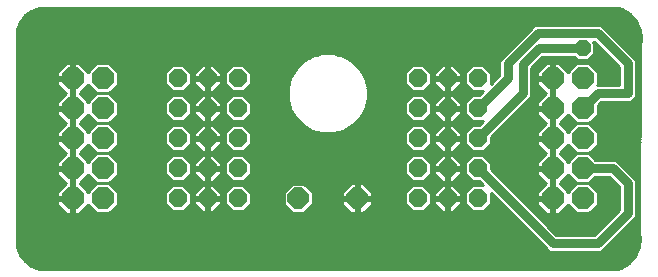
<source format=gbl>
G75*
%MOIN*%
%OFA0B0*%
%FSLAX25Y25*%
%IPPOS*%
%LPD*%
%AMOC8*
5,1,8,0,0,1.08239X$1,22.5*
%
%ADD10OC8,0.06000*%
%ADD11OC8,0.07050*%
%ADD12OC8,0.07400*%
%ADD13C,0.01000*%
%ADD14C,0.03000*%
%ADD15OC8,0.05250*%
D10*
X0063981Y0026500D03*
X0073981Y0026500D03*
X0083981Y0026500D03*
X0083981Y0036500D03*
X0073981Y0036500D03*
X0063981Y0036500D03*
X0063981Y0046500D03*
X0073981Y0046500D03*
X0083981Y0046500D03*
X0083981Y0056500D03*
X0073981Y0056500D03*
X0063981Y0056500D03*
X0063981Y0066500D03*
X0073981Y0066500D03*
X0083981Y0066500D03*
X0143981Y0066500D03*
X0153981Y0066500D03*
X0163981Y0066500D03*
X0163981Y0056500D03*
X0153981Y0056500D03*
X0143981Y0056500D03*
X0143981Y0046500D03*
X0153981Y0046500D03*
X0163981Y0046500D03*
X0163981Y0036500D03*
X0153981Y0036500D03*
X0143981Y0036500D03*
X0143981Y0026500D03*
X0153981Y0026500D03*
X0163981Y0026500D03*
D11*
X0123823Y0026500D03*
X0104138Y0026500D03*
D12*
X0038981Y0026500D03*
X0028981Y0026500D03*
X0028981Y0036500D03*
X0038981Y0036500D03*
X0038981Y0046500D03*
X0028981Y0046500D03*
X0028981Y0056500D03*
X0038981Y0056500D03*
X0038981Y0066500D03*
X0028981Y0066500D03*
X0188981Y0066500D03*
X0198981Y0066500D03*
X0198981Y0056500D03*
X0188981Y0056500D03*
X0188981Y0046500D03*
X0198981Y0046500D03*
X0198981Y0036500D03*
X0188981Y0036500D03*
X0188981Y0026500D03*
X0198981Y0026500D03*
D13*
X0012970Y0005490D02*
X0011407Y0007641D01*
X0010585Y0010170D01*
X0010481Y0011500D01*
X0185021Y0011500D01*
X0186019Y0010501D02*
X0010559Y0010501D01*
X0010481Y0011500D02*
X0010481Y0081500D01*
X0010585Y0082824D01*
X0011403Y0085341D01*
X0012959Y0087483D01*
X0015100Y0089038D01*
X0017618Y0089856D01*
X0018941Y0089961D01*
X0210771Y0089961D01*
X0212150Y0089537D01*
X0214838Y0087949D01*
X0216902Y0085608D01*
X0218143Y0082744D01*
X0218438Y0079637D01*
X0218273Y0078478D01*
X0218187Y0078393D01*
X0218183Y0077931D01*
X0218082Y0077480D01*
X0218178Y0077329D01*
X0217685Y0015642D01*
X0217582Y0015480D01*
X0217680Y0015041D01*
X0217677Y0014591D01*
X0217771Y0014495D01*
X0217938Y0013324D01*
X0217643Y0010217D01*
X0216402Y0007353D01*
X0214338Y0005012D01*
X0211650Y0003424D01*
X0210271Y0003000D01*
X0018981Y0003000D01*
X0017651Y0003105D01*
X0015122Y0003926D01*
X0012970Y0005490D01*
X0012956Y0005509D02*
X0214776Y0005509D01*
X0215657Y0006507D02*
X0012231Y0006507D01*
X0011505Y0007506D02*
X0216469Y0007506D01*
X0216901Y0008504D02*
X0011127Y0008504D01*
X0010802Y0009503D02*
X0187018Y0009503D01*
X0187395Y0009126D02*
X0186607Y0009914D01*
X0168281Y0028240D01*
X0168281Y0024719D01*
X0165762Y0022200D01*
X0162200Y0022200D01*
X0159681Y0024719D01*
X0159681Y0028281D01*
X0162200Y0030800D01*
X0165721Y0030800D01*
X0164321Y0032200D01*
X0162200Y0032200D01*
X0159681Y0034719D01*
X0159681Y0038281D01*
X0162200Y0040800D01*
X0165762Y0040800D01*
X0168281Y0038281D01*
X0168281Y0036160D01*
X0190141Y0014300D01*
X0202821Y0014300D01*
X0211181Y0022660D01*
X0211181Y0030340D01*
X0207821Y0033700D01*
X0203252Y0033700D01*
X0201052Y0031500D01*
X0196910Y0031500D01*
X0194122Y0034288D01*
X0191335Y0031500D01*
X0194122Y0028712D01*
X0196910Y0031500D01*
X0201052Y0031500D01*
X0203981Y0028571D01*
X0203981Y0024429D01*
X0201052Y0021500D01*
X0196910Y0021500D01*
X0194122Y0024288D01*
X0191135Y0021300D01*
X0189481Y0021300D01*
X0189481Y0026000D01*
X0188481Y0026000D01*
X0188481Y0021300D01*
X0186827Y0021300D01*
X0183781Y0024346D01*
X0183781Y0026000D01*
X0188481Y0026000D01*
X0188481Y0027000D01*
X0188481Y0036000D01*
X0189481Y0036000D01*
X0189481Y0031700D01*
X0189481Y0027000D01*
X0188481Y0027000D01*
X0183781Y0027000D01*
X0183781Y0028654D01*
X0186627Y0031500D01*
X0183781Y0034346D01*
X0183781Y0036000D01*
X0188481Y0036000D01*
X0188481Y0037000D01*
X0188481Y0046000D01*
X0189481Y0046000D01*
X0189481Y0041300D01*
X0189481Y0037000D01*
X0188481Y0037000D01*
X0183781Y0037000D01*
X0183781Y0038654D01*
X0186627Y0041500D01*
X0183781Y0044346D01*
X0183781Y0046000D01*
X0188481Y0046000D01*
X0188481Y0047000D01*
X0188481Y0056000D01*
X0189481Y0056000D01*
X0189481Y0051300D01*
X0189481Y0047000D01*
X0188481Y0047000D01*
X0183781Y0047000D01*
X0183781Y0048654D01*
X0186627Y0051500D01*
X0183781Y0054346D01*
X0183781Y0056000D01*
X0188481Y0056000D01*
X0188481Y0057000D01*
X0188481Y0066000D01*
X0189481Y0066000D01*
X0189481Y0061300D01*
X0189481Y0057000D01*
X0188481Y0057000D01*
X0183781Y0057000D01*
X0183781Y0058654D01*
X0186627Y0061500D01*
X0183781Y0064346D01*
X0183781Y0066000D01*
X0188481Y0066000D01*
X0188481Y0067000D01*
X0188481Y0071700D01*
X0186827Y0071700D01*
X0183781Y0068654D01*
X0183781Y0067000D01*
X0188481Y0067000D01*
X0189481Y0067000D01*
X0189481Y0071700D01*
X0191135Y0071700D01*
X0194122Y0068712D01*
X0196910Y0071500D01*
X0201052Y0071500D01*
X0203981Y0068571D01*
X0203981Y0064429D01*
X0203852Y0064300D01*
X0211181Y0064300D01*
X0211181Y0070340D01*
X0202821Y0078700D01*
X0202332Y0078700D01*
X0202906Y0078126D01*
X0202906Y0074874D01*
X0200607Y0072575D01*
X0197355Y0072575D01*
X0196230Y0073700D01*
X0185515Y0073700D01*
X0181781Y0069966D01*
X0181781Y0060943D01*
X0181355Y0059914D01*
X0180567Y0059126D01*
X0168281Y0046840D01*
X0168281Y0044719D01*
X0165762Y0042200D01*
X0162200Y0042200D01*
X0159681Y0044719D01*
X0159681Y0048281D01*
X0162200Y0050800D01*
X0164321Y0050800D01*
X0165721Y0052200D01*
X0162200Y0052200D01*
X0159681Y0054719D01*
X0159681Y0058281D01*
X0162200Y0060800D01*
X0164321Y0060800D01*
X0165721Y0062200D01*
X0162200Y0062200D01*
X0159681Y0064719D01*
X0159681Y0068281D01*
X0162200Y0070800D01*
X0165762Y0070800D01*
X0168281Y0068281D01*
X0168281Y0064760D01*
X0171181Y0067660D01*
X0171181Y0072057D01*
X0171607Y0073086D01*
X0181607Y0083086D01*
X0181607Y0083086D01*
X0182395Y0083874D01*
X0183424Y0084300D01*
X0204538Y0084300D01*
X0205567Y0083874D01*
X0206355Y0083086D01*
X0206355Y0083086D01*
X0215567Y0073874D01*
X0216355Y0073086D01*
X0216781Y0072057D01*
X0216781Y0060943D01*
X0216355Y0059914D01*
X0215567Y0059126D01*
X0214538Y0058700D01*
X0205141Y0058700D01*
X0203981Y0057540D01*
X0203981Y0054429D01*
X0201052Y0051500D01*
X0196910Y0051500D01*
X0194122Y0054288D01*
X0191335Y0051500D01*
X0194122Y0048712D01*
X0196910Y0051500D01*
X0201052Y0051500D01*
X0203981Y0048571D01*
X0203981Y0044429D01*
X0201052Y0041500D01*
X0196910Y0041500D01*
X0194122Y0044288D01*
X0191335Y0041500D01*
X0194122Y0038712D01*
X0196910Y0041500D01*
X0201052Y0041500D01*
X0203252Y0039300D01*
X0209538Y0039300D01*
X0210567Y0038874D01*
X0211355Y0038086D01*
X0215567Y0033874D01*
X0216355Y0033086D01*
X0216781Y0032057D01*
X0216781Y0020943D01*
X0216355Y0019914D01*
X0215567Y0019126D01*
X0205567Y0009126D01*
X0204538Y0008700D01*
X0188424Y0008700D01*
X0187395Y0009126D01*
X0184022Y0012499D02*
X0010481Y0012499D01*
X0010481Y0013497D02*
X0183024Y0013497D01*
X0182025Y0014496D02*
X0010481Y0014496D01*
X0010481Y0015494D02*
X0181027Y0015494D01*
X0180028Y0016493D02*
X0010481Y0016493D01*
X0010481Y0017491D02*
X0179030Y0017491D01*
X0178031Y0018490D02*
X0010481Y0018490D01*
X0010481Y0019488D02*
X0177033Y0019488D01*
X0176034Y0020487D02*
X0010481Y0020487D01*
X0010481Y0021485D02*
X0026642Y0021485D01*
X0026827Y0021300D02*
X0023781Y0024346D01*
X0023781Y0026000D01*
X0028481Y0026000D01*
X0029481Y0026000D01*
X0029481Y0021300D01*
X0031135Y0021300D01*
X0034122Y0024288D01*
X0036910Y0021500D01*
X0041052Y0021500D01*
X0043981Y0024429D01*
X0043981Y0028571D01*
X0041052Y0031500D01*
X0043981Y0034429D01*
X0043981Y0038571D01*
X0041052Y0041500D01*
X0043981Y0044429D01*
X0043981Y0048571D01*
X0041052Y0051500D01*
X0043981Y0054429D01*
X0043981Y0058571D01*
X0041052Y0061500D01*
X0043981Y0064429D01*
X0043981Y0068571D01*
X0041052Y0071500D01*
X0036910Y0071500D01*
X0034122Y0068712D01*
X0031135Y0071700D01*
X0029481Y0071700D01*
X0029481Y0067000D01*
X0028481Y0067000D01*
X0028481Y0071700D01*
X0026827Y0071700D01*
X0023781Y0068654D01*
X0023781Y0067000D01*
X0028481Y0067000D01*
X0028481Y0066000D01*
X0029481Y0066000D01*
X0029481Y0061300D01*
X0029481Y0057000D01*
X0028481Y0057000D01*
X0028481Y0066000D01*
X0023781Y0066000D01*
X0023781Y0064346D01*
X0026627Y0061500D01*
X0023781Y0058654D01*
X0023781Y0057000D01*
X0028481Y0057000D01*
X0028481Y0056000D01*
X0029481Y0056000D01*
X0029481Y0051300D01*
X0029481Y0047000D01*
X0028481Y0047000D01*
X0028481Y0056000D01*
X0023781Y0056000D01*
X0023781Y0054346D01*
X0026627Y0051500D01*
X0023781Y0048654D01*
X0023781Y0047000D01*
X0028481Y0047000D01*
X0028481Y0046000D01*
X0029481Y0046000D01*
X0029481Y0041300D01*
X0029481Y0037000D01*
X0028481Y0037000D01*
X0028481Y0046000D01*
X0023781Y0046000D01*
X0023781Y0044346D01*
X0026627Y0041500D01*
X0023781Y0038654D01*
X0023781Y0037000D01*
X0028481Y0037000D01*
X0028481Y0036000D01*
X0029481Y0036000D01*
X0029481Y0031300D01*
X0029481Y0027000D01*
X0028481Y0027000D01*
X0028481Y0036000D01*
X0023781Y0036000D01*
X0023781Y0034346D01*
X0026627Y0031500D01*
X0023781Y0028654D01*
X0023781Y0027000D01*
X0028481Y0027000D01*
X0028481Y0026000D01*
X0028481Y0021300D01*
X0026827Y0021300D01*
X0028481Y0021485D02*
X0029481Y0021485D01*
X0029481Y0022484D02*
X0028481Y0022484D01*
X0028481Y0023482D02*
X0029481Y0023482D01*
X0029481Y0024481D02*
X0028481Y0024481D01*
X0028481Y0025479D02*
X0029481Y0025479D01*
X0028481Y0026478D02*
X0010481Y0026478D01*
X0010481Y0027476D02*
X0023781Y0027476D01*
X0023781Y0028475D02*
X0010481Y0028475D01*
X0010481Y0029473D02*
X0024600Y0029473D01*
X0025599Y0030472D02*
X0010481Y0030472D01*
X0010481Y0031470D02*
X0026597Y0031470D01*
X0025658Y0032469D02*
X0010481Y0032469D01*
X0010481Y0033467D02*
X0024660Y0033467D01*
X0028481Y0033467D02*
X0029481Y0033467D01*
X0029481Y0032469D02*
X0028481Y0032469D01*
X0028481Y0031470D02*
X0029481Y0031470D01*
X0029481Y0030472D02*
X0028481Y0030472D01*
X0028481Y0029473D02*
X0029481Y0029473D01*
X0029481Y0028475D02*
X0028481Y0028475D01*
X0028481Y0027476D02*
X0029481Y0027476D01*
X0033361Y0029473D02*
X0034883Y0029473D01*
X0034122Y0028712D02*
X0031335Y0031500D01*
X0034122Y0034288D01*
X0036910Y0031500D01*
X0041052Y0031500D01*
X0036910Y0031500D01*
X0034122Y0028712D01*
X0032363Y0030472D02*
X0035881Y0030472D01*
X0036880Y0031470D02*
X0031364Y0031470D01*
X0032303Y0032469D02*
X0035941Y0032469D01*
X0034942Y0033467D02*
X0033302Y0033467D01*
X0029481Y0034466D02*
X0028481Y0034466D01*
X0028481Y0035464D02*
X0029481Y0035464D01*
X0028481Y0036463D02*
X0010481Y0036463D01*
X0010481Y0037461D02*
X0023781Y0037461D01*
X0023781Y0038460D02*
X0010481Y0038460D01*
X0010481Y0039458D02*
X0024585Y0039458D01*
X0025584Y0040457D02*
X0010481Y0040457D01*
X0010481Y0041455D02*
X0026582Y0041455D01*
X0025673Y0042454D02*
X0010481Y0042454D01*
X0010481Y0043452D02*
X0024675Y0043452D01*
X0023781Y0044451D02*
X0010481Y0044451D01*
X0010481Y0045449D02*
X0023781Y0045449D01*
X0028481Y0045449D02*
X0029481Y0045449D01*
X0029481Y0044451D02*
X0028481Y0044451D01*
X0028481Y0043452D02*
X0029481Y0043452D01*
X0029481Y0042454D02*
X0028481Y0042454D01*
X0028481Y0041455D02*
X0029481Y0041455D01*
X0029481Y0040457D02*
X0028481Y0040457D01*
X0028481Y0039458D02*
X0029481Y0039458D01*
X0029481Y0038460D02*
X0028481Y0038460D01*
X0028481Y0037461D02*
X0029481Y0037461D01*
X0033376Y0039458D02*
X0034868Y0039458D01*
X0034122Y0038712D02*
X0031335Y0041500D01*
X0034122Y0044288D01*
X0036910Y0041500D01*
X0041052Y0041500D01*
X0036910Y0041500D01*
X0034122Y0038712D01*
X0032378Y0040457D02*
X0035867Y0040457D01*
X0036865Y0041455D02*
X0031379Y0041455D01*
X0032289Y0042454D02*
X0035956Y0042454D01*
X0034957Y0043452D02*
X0033287Y0043452D01*
X0028481Y0046448D02*
X0010481Y0046448D01*
X0010481Y0047446D02*
X0023781Y0047446D01*
X0023781Y0048445D02*
X0010481Y0048445D01*
X0010481Y0049443D02*
X0024570Y0049443D01*
X0025569Y0050442D02*
X0010481Y0050442D01*
X0010481Y0051440D02*
X0026567Y0051440D01*
X0025688Y0052439D02*
X0010481Y0052439D01*
X0010481Y0053437D02*
X0024689Y0053437D01*
X0023781Y0054436D02*
X0010481Y0054436D01*
X0010481Y0055434D02*
X0023781Y0055434D01*
X0023781Y0057432D02*
X0010481Y0057432D01*
X0010481Y0058430D02*
X0023781Y0058430D01*
X0024555Y0059429D02*
X0010481Y0059429D01*
X0010481Y0060427D02*
X0025554Y0060427D01*
X0028481Y0060427D02*
X0029481Y0060427D01*
X0029481Y0059429D02*
X0028481Y0059429D01*
X0028481Y0058430D02*
X0029481Y0058430D01*
X0029481Y0057432D02*
X0028481Y0057432D01*
X0028481Y0056433D02*
X0010481Y0056433D01*
X0010481Y0061426D02*
X0026552Y0061426D01*
X0025703Y0062424D02*
X0010481Y0062424D01*
X0010481Y0063423D02*
X0024704Y0063423D01*
X0023781Y0064421D02*
X0010481Y0064421D01*
X0010481Y0065420D02*
X0023781Y0065420D01*
X0023781Y0067417D02*
X0010481Y0067417D01*
X0010481Y0068415D02*
X0023781Y0068415D01*
X0024541Y0069414D02*
X0010481Y0069414D01*
X0010481Y0070412D02*
X0025539Y0070412D01*
X0026538Y0071411D02*
X0010481Y0071411D01*
X0010481Y0072409D02*
X0106254Y0072409D01*
X0105808Y0072151D02*
X0103329Y0069673D01*
X0101577Y0066638D01*
X0100670Y0063252D01*
X0100670Y0059748D01*
X0101577Y0056362D01*
X0103329Y0053327D01*
X0105808Y0050849D01*
X0108843Y0049096D01*
X0112228Y0048189D01*
X0115733Y0048189D01*
X0119119Y0049096D01*
X0122154Y0050849D01*
X0124632Y0053327D01*
X0126385Y0056362D01*
X0127292Y0059748D01*
X0127292Y0063252D01*
X0126385Y0066638D01*
X0124632Y0069673D01*
X0122154Y0072151D01*
X0119119Y0073904D01*
X0115733Y0074811D01*
X0112228Y0074811D01*
X0108843Y0073904D01*
X0105808Y0072151D01*
X0105067Y0071411D02*
X0041141Y0071411D01*
X0042140Y0070412D02*
X0061812Y0070412D01*
X0062200Y0070800D02*
X0059681Y0068281D01*
X0059681Y0064719D01*
X0062200Y0062200D01*
X0065762Y0062200D01*
X0068281Y0064719D01*
X0068281Y0068281D01*
X0065762Y0070800D01*
X0062200Y0070800D01*
X0066150Y0070412D02*
X0071529Y0070412D01*
X0072117Y0071000D02*
X0069481Y0068364D01*
X0069481Y0067000D01*
X0073481Y0067000D01*
X0073481Y0071000D01*
X0072117Y0071000D01*
X0073481Y0070412D02*
X0074481Y0070412D01*
X0074481Y0071000D02*
X0075845Y0071000D01*
X0078481Y0068364D01*
X0078481Y0067000D01*
X0074481Y0067000D01*
X0074481Y0066000D01*
X0078481Y0066000D01*
X0078481Y0064636D01*
X0075845Y0062000D01*
X0074481Y0062000D01*
X0074481Y0066000D01*
X0073481Y0066000D01*
X0073481Y0062000D01*
X0072117Y0062000D01*
X0069481Y0064636D01*
X0069481Y0066000D01*
X0073481Y0066000D01*
X0073481Y0067000D01*
X0074481Y0067000D01*
X0074481Y0071000D01*
X0076433Y0070412D02*
X0081812Y0070412D01*
X0082200Y0070800D02*
X0079681Y0068281D01*
X0079681Y0064719D01*
X0082200Y0062200D01*
X0085762Y0062200D01*
X0088281Y0064719D01*
X0088281Y0068281D01*
X0085762Y0070800D01*
X0082200Y0070800D01*
X0086150Y0070412D02*
X0104068Y0070412D01*
X0103180Y0069414D02*
X0087148Y0069414D01*
X0088147Y0068415D02*
X0102603Y0068415D01*
X0102027Y0067417D02*
X0088281Y0067417D01*
X0088281Y0066418D02*
X0101518Y0066418D01*
X0101250Y0065420D02*
X0088281Y0065420D01*
X0087983Y0064421D02*
X0100983Y0064421D01*
X0100715Y0063423D02*
X0086984Y0063423D01*
X0085986Y0062424D02*
X0100670Y0062424D01*
X0100670Y0061426D02*
X0041126Y0061426D01*
X0041052Y0061500D02*
X0036910Y0061500D01*
X0041052Y0061500D01*
X0041976Y0062424D02*
X0061976Y0062424D01*
X0060977Y0063423D02*
X0042974Y0063423D01*
X0043973Y0064421D02*
X0059979Y0064421D01*
X0059681Y0065420D02*
X0043981Y0065420D01*
X0043981Y0066418D02*
X0059681Y0066418D01*
X0059681Y0067417D02*
X0043981Y0067417D01*
X0043981Y0068415D02*
X0059815Y0068415D01*
X0060813Y0069414D02*
X0043138Y0069414D01*
X0036820Y0071411D02*
X0031424Y0071411D01*
X0032423Y0070412D02*
X0035822Y0070412D01*
X0034823Y0069414D02*
X0033421Y0069414D01*
X0029481Y0069414D02*
X0028481Y0069414D01*
X0028481Y0070412D02*
X0029481Y0070412D01*
X0029481Y0071411D02*
X0028481Y0071411D01*
X0028481Y0068415D02*
X0029481Y0068415D01*
X0029481Y0067417D02*
X0028481Y0067417D01*
X0028481Y0066418D02*
X0010481Y0066418D01*
X0010481Y0073408D02*
X0107984Y0073408D01*
X0110718Y0074406D02*
X0010481Y0074406D01*
X0010481Y0075405D02*
X0173926Y0075405D01*
X0174924Y0076403D02*
X0010481Y0076403D01*
X0010481Y0077402D02*
X0175923Y0077402D01*
X0176921Y0078400D02*
X0010481Y0078400D01*
X0010481Y0079399D02*
X0177920Y0079399D01*
X0178918Y0080397D02*
X0010481Y0080397D01*
X0010481Y0081396D02*
X0179917Y0081396D01*
X0180915Y0082394D02*
X0010551Y0082394D01*
X0010770Y0083393D02*
X0181914Y0083393D01*
X0172927Y0074406D02*
X0117244Y0074406D01*
X0119978Y0073408D02*
X0171929Y0073408D01*
X0171327Y0072409D02*
X0121707Y0072409D01*
X0122895Y0071411D02*
X0171181Y0071411D01*
X0171181Y0070412D02*
X0166150Y0070412D01*
X0167148Y0069414D02*
X0171181Y0069414D01*
X0171181Y0068415D02*
X0168147Y0068415D01*
X0168281Y0067417D02*
X0170938Y0067417D01*
X0169939Y0066418D02*
X0168281Y0066418D01*
X0168281Y0065420D02*
X0168941Y0065420D01*
X0161976Y0062424D02*
X0156269Y0062424D01*
X0155845Y0062000D02*
X0154481Y0062000D01*
X0154481Y0066000D01*
X0154481Y0067000D01*
X0158481Y0067000D01*
X0158481Y0068364D01*
X0155845Y0071000D01*
X0154481Y0071000D01*
X0154481Y0067000D01*
X0153481Y0067000D01*
X0153481Y0071000D01*
X0152117Y0071000D01*
X0149481Y0068364D01*
X0149481Y0067000D01*
X0153481Y0067000D01*
X0153481Y0066000D01*
X0154481Y0066000D01*
X0158481Y0066000D01*
X0158481Y0064636D01*
X0155845Y0062000D01*
X0155845Y0061000D02*
X0154481Y0061000D01*
X0154481Y0057000D01*
X0158481Y0057000D01*
X0158481Y0058364D01*
X0155845Y0061000D01*
X0156418Y0060427D02*
X0161827Y0060427D01*
X0160828Y0059429D02*
X0157416Y0059429D01*
X0158415Y0058430D02*
X0159830Y0058430D01*
X0159681Y0057432D02*
X0158481Y0057432D01*
X0158481Y0056000D02*
X0154481Y0056000D01*
X0154481Y0057000D01*
X0153481Y0057000D01*
X0153481Y0061000D01*
X0152117Y0061000D01*
X0149481Y0058364D01*
X0149481Y0057000D01*
X0153481Y0057000D01*
X0153481Y0056000D01*
X0154481Y0056000D01*
X0154481Y0052000D01*
X0155845Y0052000D01*
X0158481Y0054636D01*
X0158481Y0056000D01*
X0158481Y0055434D02*
X0159681Y0055434D01*
X0159681Y0056433D02*
X0154481Y0056433D01*
X0154481Y0055434D02*
X0153481Y0055434D01*
X0153481Y0056000D02*
X0153481Y0052000D01*
X0152117Y0052000D01*
X0149481Y0054636D01*
X0149481Y0056000D01*
X0153481Y0056000D01*
X0153481Y0056433D02*
X0148281Y0056433D01*
X0148281Y0055434D02*
X0149481Y0055434D01*
X0149681Y0054436D02*
X0147998Y0054436D01*
X0148281Y0054719D02*
X0145762Y0052200D01*
X0142200Y0052200D01*
X0139681Y0054719D01*
X0139681Y0058281D01*
X0142200Y0060800D01*
X0145762Y0060800D01*
X0148281Y0058281D01*
X0148281Y0054719D01*
X0146999Y0053437D02*
X0150679Y0053437D01*
X0151678Y0052439D02*
X0146001Y0052439D01*
X0145762Y0050800D02*
X0142200Y0050800D01*
X0139681Y0048281D01*
X0139681Y0044719D01*
X0142200Y0042200D01*
X0145762Y0042200D01*
X0148281Y0044719D01*
X0148281Y0048281D01*
X0145762Y0050800D01*
X0146120Y0050442D02*
X0151559Y0050442D01*
X0152117Y0051000D02*
X0149481Y0048364D01*
X0149481Y0047000D01*
X0153481Y0047000D01*
X0153481Y0051000D01*
X0152117Y0051000D01*
X0153481Y0050442D02*
X0154481Y0050442D01*
X0154481Y0051000D02*
X0155845Y0051000D01*
X0158481Y0048364D01*
X0158481Y0047000D01*
X0154481Y0047000D01*
X0154481Y0046000D01*
X0158481Y0046000D01*
X0158481Y0044636D01*
X0155845Y0042000D01*
X0154481Y0042000D01*
X0154481Y0046000D01*
X0153481Y0046000D01*
X0153481Y0042000D01*
X0152117Y0042000D01*
X0149481Y0044636D01*
X0149481Y0046000D01*
X0153481Y0046000D01*
X0153481Y0047000D01*
X0154481Y0047000D01*
X0154481Y0051000D01*
X0154481Y0049443D02*
X0153481Y0049443D01*
X0153481Y0048445D02*
X0154481Y0048445D01*
X0154481Y0047446D02*
X0153481Y0047446D01*
X0153481Y0046448D02*
X0148281Y0046448D01*
X0148281Y0045449D02*
X0149481Y0045449D01*
X0149666Y0044451D02*
X0148013Y0044451D01*
X0147014Y0043452D02*
X0150664Y0043452D01*
X0151663Y0042454D02*
X0146016Y0042454D01*
X0145762Y0040800D02*
X0142200Y0040800D01*
X0139681Y0038281D01*
X0139681Y0034719D01*
X0142200Y0032200D01*
X0145762Y0032200D01*
X0148281Y0034719D01*
X0148281Y0038281D01*
X0145762Y0040800D01*
X0146105Y0040457D02*
X0151574Y0040457D01*
X0152117Y0041000D02*
X0149481Y0038364D01*
X0149481Y0037000D01*
X0153481Y0037000D01*
X0153481Y0041000D01*
X0152117Y0041000D01*
X0153481Y0040457D02*
X0154481Y0040457D01*
X0154481Y0041000D02*
X0155845Y0041000D01*
X0158481Y0038364D01*
X0158481Y0037000D01*
X0154481Y0037000D01*
X0154481Y0036000D01*
X0158481Y0036000D01*
X0158481Y0034636D01*
X0155845Y0032000D01*
X0154481Y0032000D01*
X0154481Y0036000D01*
X0153481Y0036000D01*
X0153481Y0032000D01*
X0152117Y0032000D01*
X0149481Y0034636D01*
X0149481Y0036000D01*
X0153481Y0036000D01*
X0153481Y0037000D01*
X0154481Y0037000D01*
X0154481Y0041000D01*
X0154481Y0042454D02*
X0153481Y0042454D01*
X0153481Y0043452D02*
X0154481Y0043452D01*
X0154481Y0044451D02*
X0153481Y0044451D01*
X0153481Y0045449D02*
X0154481Y0045449D01*
X0154481Y0046448D02*
X0159681Y0046448D01*
X0159681Y0045449D02*
X0158481Y0045449D01*
X0158296Y0044451D02*
X0159949Y0044451D01*
X0160947Y0043452D02*
X0157297Y0043452D01*
X0156299Y0042454D02*
X0161946Y0042454D01*
X0161857Y0040457D02*
X0156388Y0040457D01*
X0157386Y0039458D02*
X0160858Y0039458D01*
X0159859Y0038460D02*
X0158385Y0038460D01*
X0158481Y0037461D02*
X0159681Y0037461D01*
X0159681Y0036463D02*
X0154481Y0036463D01*
X0154481Y0037461D02*
X0153481Y0037461D01*
X0153481Y0036463D02*
X0148281Y0036463D01*
X0148281Y0037461D02*
X0149481Y0037461D01*
X0149577Y0038460D02*
X0148102Y0038460D01*
X0147104Y0039458D02*
X0150575Y0039458D01*
X0153481Y0039458D02*
X0154481Y0039458D01*
X0154481Y0038460D02*
X0153481Y0038460D01*
X0153481Y0035464D02*
X0154481Y0035464D01*
X0154481Y0034466D02*
X0153481Y0034466D01*
X0153481Y0033467D02*
X0154481Y0033467D01*
X0154481Y0032469D02*
X0153481Y0032469D01*
X0153481Y0031000D02*
X0152117Y0031000D01*
X0149481Y0028364D01*
X0149481Y0027000D01*
X0153481Y0027000D01*
X0153481Y0031000D01*
X0153481Y0030472D02*
X0154481Y0030472D01*
X0154481Y0031000D02*
X0155845Y0031000D01*
X0158481Y0028364D01*
X0158481Y0027000D01*
X0154481Y0027000D01*
X0154481Y0026000D01*
X0158481Y0026000D01*
X0158481Y0024636D01*
X0155845Y0022000D01*
X0154481Y0022000D01*
X0154481Y0026000D01*
X0153481Y0026000D01*
X0153481Y0022000D01*
X0152117Y0022000D01*
X0149481Y0024636D01*
X0149481Y0026000D01*
X0153481Y0026000D01*
X0153481Y0027000D01*
X0154481Y0027000D01*
X0154481Y0031000D01*
X0156373Y0030472D02*
X0161871Y0030472D01*
X0160873Y0029473D02*
X0157372Y0029473D01*
X0158370Y0028475D02*
X0159874Y0028475D01*
X0159681Y0027476D02*
X0158481Y0027476D01*
X0159681Y0026478D02*
X0154481Y0026478D01*
X0154481Y0027476D02*
X0153481Y0027476D01*
X0153481Y0026478D02*
X0148281Y0026478D01*
X0148281Y0027476D02*
X0149481Y0027476D01*
X0149592Y0028475D02*
X0148087Y0028475D01*
X0148281Y0028281D02*
X0145762Y0030800D01*
X0142200Y0030800D01*
X0139681Y0028281D01*
X0139681Y0024719D01*
X0142200Y0022200D01*
X0145762Y0022200D01*
X0148281Y0024719D01*
X0148281Y0028281D01*
X0147089Y0029473D02*
X0150590Y0029473D01*
X0151589Y0030472D02*
X0146090Y0030472D01*
X0146031Y0032469D02*
X0151648Y0032469D01*
X0150650Y0033467D02*
X0147029Y0033467D01*
X0148028Y0034466D02*
X0149651Y0034466D01*
X0149481Y0035464D02*
X0148281Y0035464D01*
X0141931Y0032469D02*
X0086031Y0032469D01*
X0085762Y0032200D02*
X0088281Y0034719D01*
X0088281Y0038281D01*
X0085762Y0040800D01*
X0082200Y0040800D01*
X0079681Y0038281D01*
X0079681Y0034719D01*
X0082200Y0032200D01*
X0085762Y0032200D01*
X0085762Y0030800D02*
X0082200Y0030800D01*
X0079681Y0028281D01*
X0079681Y0024719D01*
X0082200Y0022200D01*
X0085762Y0022200D01*
X0088281Y0024719D01*
X0088281Y0028281D01*
X0085762Y0030800D01*
X0086090Y0030472D02*
X0101286Y0030472D01*
X0102140Y0031325D02*
X0099313Y0028499D01*
X0099313Y0024501D01*
X0102140Y0021675D01*
X0106137Y0021675D01*
X0108963Y0024501D01*
X0108963Y0028499D01*
X0106137Y0031325D01*
X0102140Y0031325D01*
X0100288Y0029473D02*
X0087089Y0029473D01*
X0088087Y0028475D02*
X0099313Y0028475D01*
X0099313Y0027476D02*
X0088281Y0027476D01*
X0088281Y0026478D02*
X0099313Y0026478D01*
X0099313Y0025479D02*
X0088281Y0025479D01*
X0088043Y0024481D02*
X0099334Y0024481D01*
X0100333Y0023482D02*
X0087044Y0023482D01*
X0086046Y0022484D02*
X0101331Y0022484D01*
X0106945Y0022484D02*
X0120733Y0022484D01*
X0119735Y0023482D02*
X0107944Y0023482D01*
X0108942Y0024481D02*
X0118798Y0024481D01*
X0118798Y0024419D02*
X0121742Y0021475D01*
X0123323Y0021475D01*
X0123323Y0026000D01*
X0118798Y0026000D01*
X0118798Y0024419D01*
X0118798Y0025479D02*
X0108963Y0025479D01*
X0108963Y0026478D02*
X0123323Y0026478D01*
X0123323Y0026000D02*
X0123323Y0027000D01*
X0118798Y0027000D01*
X0118798Y0028581D01*
X0121742Y0031525D01*
X0123323Y0031525D01*
X0123323Y0027000D01*
X0124323Y0027000D01*
X0124323Y0031525D01*
X0125905Y0031525D01*
X0128848Y0028581D01*
X0128848Y0027000D01*
X0124323Y0027000D01*
X0124323Y0026000D01*
X0124323Y0021475D01*
X0125905Y0021475D01*
X0128848Y0024419D01*
X0128848Y0026000D01*
X0124323Y0026000D01*
X0123323Y0026000D01*
X0123323Y0025479D02*
X0124323Y0025479D01*
X0124323Y0024481D02*
X0123323Y0024481D01*
X0123323Y0023482D02*
X0124323Y0023482D01*
X0124323Y0022484D02*
X0123323Y0022484D01*
X0123323Y0021485D02*
X0124323Y0021485D01*
X0125915Y0021485D02*
X0175036Y0021485D01*
X0174037Y0022484D02*
X0166046Y0022484D01*
X0167044Y0023482D02*
X0173039Y0023482D01*
X0172040Y0024481D02*
X0168043Y0024481D01*
X0168281Y0025479D02*
X0171042Y0025479D01*
X0170043Y0026478D02*
X0168281Y0026478D01*
X0168281Y0027476D02*
X0169045Y0027476D01*
X0173969Y0030472D02*
X0185599Y0030472D01*
X0186597Y0031470D02*
X0172970Y0031470D01*
X0171972Y0032469D02*
X0185658Y0032469D01*
X0184660Y0033467D02*
X0170973Y0033467D01*
X0169975Y0034466D02*
X0183781Y0034466D01*
X0183781Y0035464D02*
X0168976Y0035464D01*
X0168281Y0036463D02*
X0188481Y0036463D01*
X0188481Y0037461D02*
X0189481Y0037461D01*
X0189481Y0038460D02*
X0188481Y0038460D01*
X0188481Y0039458D02*
X0189481Y0039458D01*
X0189481Y0040457D02*
X0188481Y0040457D01*
X0188481Y0041455D02*
X0189481Y0041455D01*
X0189481Y0042454D02*
X0188481Y0042454D01*
X0188481Y0043452D02*
X0189481Y0043452D01*
X0189481Y0044451D02*
X0188481Y0044451D01*
X0188481Y0045449D02*
X0189481Y0045449D01*
X0188481Y0046448D02*
X0168281Y0046448D01*
X0168281Y0045449D02*
X0183781Y0045449D01*
X0183781Y0044451D02*
X0168013Y0044451D01*
X0167014Y0043452D02*
X0184675Y0043452D01*
X0185673Y0042454D02*
X0166016Y0042454D01*
X0166105Y0040457D02*
X0185584Y0040457D01*
X0186582Y0041455D02*
X0041096Y0041455D01*
X0042006Y0042454D02*
X0061946Y0042454D01*
X0062200Y0042200D02*
X0065762Y0042200D01*
X0068281Y0044719D01*
X0068281Y0048281D01*
X0065762Y0050800D01*
X0062200Y0050800D01*
X0059681Y0048281D01*
X0059681Y0044719D01*
X0062200Y0042200D01*
X0060947Y0043452D02*
X0043004Y0043452D01*
X0043981Y0044451D02*
X0059949Y0044451D01*
X0059681Y0045449D02*
X0043981Y0045449D01*
X0043981Y0046448D02*
X0059681Y0046448D01*
X0059681Y0047446D02*
X0043981Y0047446D01*
X0043981Y0048445D02*
X0059845Y0048445D01*
X0060843Y0049443D02*
X0043108Y0049443D01*
X0042110Y0050442D02*
X0061842Y0050442D01*
X0062200Y0052200D02*
X0065762Y0052200D01*
X0068281Y0054719D01*
X0068281Y0058281D01*
X0065762Y0060800D01*
X0062200Y0060800D01*
X0059681Y0058281D01*
X0059681Y0054719D01*
X0062200Y0052200D01*
X0061961Y0052439D02*
X0041991Y0052439D01*
X0041052Y0051500D02*
X0036910Y0051500D01*
X0034122Y0054288D01*
X0031335Y0051500D01*
X0034122Y0048712D01*
X0036910Y0051500D01*
X0041052Y0051500D01*
X0041111Y0051440D02*
X0105216Y0051440D01*
X0104217Y0052439D02*
X0086001Y0052439D01*
X0085762Y0052200D02*
X0088281Y0054719D01*
X0088281Y0058281D01*
X0085762Y0060800D01*
X0082200Y0060800D01*
X0079681Y0058281D01*
X0079681Y0054719D01*
X0082200Y0052200D01*
X0085762Y0052200D01*
X0086999Y0053437D02*
X0103265Y0053437D01*
X0102689Y0054436D02*
X0087998Y0054436D01*
X0088281Y0055434D02*
X0102112Y0055434D01*
X0101558Y0056433D02*
X0088281Y0056433D01*
X0088281Y0057432D02*
X0101290Y0057432D01*
X0101023Y0058430D02*
X0088132Y0058430D01*
X0087133Y0059429D02*
X0100755Y0059429D01*
X0100670Y0060427D02*
X0086135Y0060427D01*
X0081827Y0060427D02*
X0076418Y0060427D01*
X0075845Y0061000D02*
X0074481Y0061000D01*
X0074481Y0057000D01*
X0078481Y0057000D01*
X0078481Y0058364D01*
X0075845Y0061000D01*
X0074481Y0060427D02*
X0073481Y0060427D01*
X0073481Y0061000D02*
X0072117Y0061000D01*
X0069481Y0058364D01*
X0069481Y0057000D01*
X0073481Y0057000D01*
X0073481Y0061000D01*
X0071544Y0060427D02*
X0066135Y0060427D01*
X0067133Y0059429D02*
X0070545Y0059429D01*
X0069547Y0058430D02*
X0068132Y0058430D01*
X0068281Y0057432D02*
X0069481Y0057432D01*
X0069481Y0056000D02*
X0069481Y0054636D01*
X0072117Y0052000D01*
X0073481Y0052000D01*
X0073481Y0056000D01*
X0074481Y0056000D01*
X0074481Y0057000D01*
X0073481Y0057000D01*
X0073481Y0056000D01*
X0069481Y0056000D01*
X0069481Y0055434D02*
X0068281Y0055434D01*
X0068281Y0056433D02*
X0073481Y0056433D01*
X0073481Y0055434D02*
X0074481Y0055434D01*
X0074481Y0056000D02*
X0074481Y0052000D01*
X0075845Y0052000D01*
X0078481Y0054636D01*
X0078481Y0056000D01*
X0074481Y0056000D01*
X0074481Y0056433D02*
X0079681Y0056433D01*
X0079681Y0055434D02*
X0078481Y0055434D01*
X0078281Y0054436D02*
X0079964Y0054436D01*
X0080962Y0053437D02*
X0077282Y0053437D01*
X0076284Y0052439D02*
X0081961Y0052439D01*
X0082200Y0050800D02*
X0079681Y0048281D01*
X0079681Y0044719D01*
X0082200Y0042200D01*
X0085762Y0042200D01*
X0088281Y0044719D01*
X0088281Y0048281D01*
X0085762Y0050800D01*
X0082200Y0050800D01*
X0081842Y0050442D02*
X0076403Y0050442D01*
X0075845Y0051000D02*
X0074481Y0051000D01*
X0074481Y0047000D01*
X0078481Y0047000D01*
X0078481Y0048364D01*
X0075845Y0051000D01*
X0074481Y0050442D02*
X0073481Y0050442D01*
X0073481Y0051000D02*
X0072117Y0051000D01*
X0069481Y0048364D01*
X0069481Y0047000D01*
X0073481Y0047000D01*
X0073481Y0051000D01*
X0073481Y0049443D02*
X0074481Y0049443D01*
X0074481Y0048445D02*
X0073481Y0048445D01*
X0073481Y0047446D02*
X0074481Y0047446D01*
X0074481Y0047000D02*
X0073481Y0047000D01*
X0073481Y0046000D01*
X0074481Y0046000D01*
X0074481Y0047000D01*
X0074481Y0046448D02*
X0079681Y0046448D01*
X0079681Y0045449D02*
X0078481Y0045449D01*
X0078481Y0046000D02*
X0078481Y0044636D01*
X0075845Y0042000D01*
X0074481Y0042000D01*
X0074481Y0046000D01*
X0078481Y0046000D01*
X0078481Y0047446D02*
X0079681Y0047446D01*
X0079845Y0048445D02*
X0078400Y0048445D01*
X0077401Y0049443D02*
X0080843Y0049443D01*
X0086120Y0050442D02*
X0106512Y0050442D01*
X0108241Y0049443D02*
X0087118Y0049443D01*
X0088117Y0048445D02*
X0111273Y0048445D01*
X0116688Y0048445D02*
X0139845Y0048445D01*
X0139681Y0047446D02*
X0088281Y0047446D01*
X0088281Y0046448D02*
X0139681Y0046448D01*
X0139681Y0045449D02*
X0088281Y0045449D01*
X0088013Y0044451D02*
X0139949Y0044451D01*
X0140947Y0043452D02*
X0087014Y0043452D01*
X0086016Y0042454D02*
X0141946Y0042454D01*
X0141857Y0040457D02*
X0086105Y0040457D01*
X0087104Y0039458D02*
X0140858Y0039458D01*
X0139859Y0038460D02*
X0088102Y0038460D01*
X0088281Y0037461D02*
X0139681Y0037461D01*
X0139681Y0036463D02*
X0088281Y0036463D01*
X0088281Y0035464D02*
X0139681Y0035464D01*
X0139934Y0034466D02*
X0088028Y0034466D01*
X0087029Y0033467D02*
X0140932Y0033467D01*
X0141871Y0030472D02*
X0126958Y0030472D01*
X0125959Y0031470D02*
X0165051Y0031470D01*
X0161931Y0032469D02*
X0156313Y0032469D01*
X0157312Y0033467D02*
X0160932Y0033467D01*
X0159934Y0034466D02*
X0158310Y0034466D01*
X0158481Y0035464D02*
X0159681Y0035464D01*
X0167104Y0039458D02*
X0184585Y0039458D01*
X0183781Y0038460D02*
X0168102Y0038460D01*
X0168281Y0037461D02*
X0183781Y0037461D01*
X0188481Y0035464D02*
X0189481Y0035464D01*
X0189481Y0034466D02*
X0188481Y0034466D01*
X0188481Y0033467D02*
X0189481Y0033467D01*
X0189481Y0032469D02*
X0188481Y0032469D01*
X0188481Y0031470D02*
X0189481Y0031470D01*
X0189481Y0030472D02*
X0188481Y0030472D01*
X0188481Y0029473D02*
X0189481Y0029473D01*
X0189481Y0028475D02*
X0188481Y0028475D01*
X0188481Y0027476D02*
X0189481Y0027476D01*
X0188481Y0026478D02*
X0177963Y0026478D01*
X0176964Y0027476D02*
X0183781Y0027476D01*
X0183781Y0028475D02*
X0175966Y0028475D01*
X0174967Y0029473D02*
X0184600Y0029473D01*
X0191364Y0031470D02*
X0196880Y0031470D01*
X0195941Y0032469D02*
X0192303Y0032469D01*
X0193302Y0033467D02*
X0194942Y0033467D01*
X0195881Y0030472D02*
X0192363Y0030472D01*
X0193361Y0029473D02*
X0194883Y0029473D01*
X0201082Y0031470D02*
X0210051Y0031470D01*
X0211049Y0030472D02*
X0202080Y0030472D01*
X0203079Y0029473D02*
X0211181Y0029473D01*
X0211181Y0028475D02*
X0203981Y0028475D01*
X0203981Y0027476D02*
X0211181Y0027476D01*
X0211181Y0026478D02*
X0203981Y0026478D01*
X0203981Y0025479D02*
X0211181Y0025479D01*
X0211181Y0024481D02*
X0203981Y0024481D01*
X0203034Y0023482D02*
X0211181Y0023482D01*
X0211005Y0022484D02*
X0202035Y0022484D01*
X0195926Y0022484D02*
X0192318Y0022484D01*
X0193317Y0023482D02*
X0194928Y0023482D01*
X0191320Y0021485D02*
X0210006Y0021485D01*
X0209008Y0020487D02*
X0183954Y0020487D01*
X0182955Y0021485D02*
X0186642Y0021485D01*
X0185643Y0022484D02*
X0181957Y0022484D01*
X0180958Y0023482D02*
X0184645Y0023482D01*
X0183781Y0024481D02*
X0179960Y0024481D01*
X0178961Y0025479D02*
X0183781Y0025479D01*
X0188481Y0025479D02*
X0189481Y0025479D01*
X0189481Y0024481D02*
X0188481Y0024481D01*
X0188481Y0023482D02*
X0189481Y0023482D01*
X0189481Y0022484D02*
X0188481Y0022484D01*
X0188481Y0021485D02*
X0189481Y0021485D01*
X0184952Y0019488D02*
X0208009Y0019488D01*
X0207011Y0018490D02*
X0185951Y0018490D01*
X0186949Y0017491D02*
X0206012Y0017491D01*
X0205014Y0016493D02*
X0187948Y0016493D01*
X0188947Y0015494D02*
X0204015Y0015494D01*
X0203017Y0014496D02*
X0189945Y0014496D01*
X0205944Y0009503D02*
X0217334Y0009503D01*
X0217670Y0010501D02*
X0206942Y0010501D01*
X0207941Y0011500D02*
X0217765Y0011500D01*
X0217859Y0012499D02*
X0208939Y0012499D01*
X0209938Y0013497D02*
X0217913Y0013497D01*
X0217771Y0014496D02*
X0210936Y0014496D01*
X0211935Y0015494D02*
X0217591Y0015494D01*
X0217692Y0016493D02*
X0212933Y0016493D01*
X0213932Y0017491D02*
X0217700Y0017491D01*
X0217708Y0018490D02*
X0214930Y0018490D01*
X0215929Y0019488D02*
X0217716Y0019488D01*
X0217724Y0020487D02*
X0216592Y0020487D01*
X0216781Y0021485D02*
X0217732Y0021485D01*
X0217740Y0022484D02*
X0216781Y0022484D01*
X0216781Y0023482D02*
X0217748Y0023482D01*
X0217756Y0024481D02*
X0216781Y0024481D01*
X0216781Y0025479D02*
X0217764Y0025479D01*
X0217772Y0026478D02*
X0216781Y0026478D01*
X0216781Y0027476D02*
X0217780Y0027476D01*
X0217788Y0028475D02*
X0216781Y0028475D01*
X0216781Y0029473D02*
X0217796Y0029473D01*
X0217804Y0030472D02*
X0216781Y0030472D01*
X0216781Y0031470D02*
X0217812Y0031470D01*
X0217820Y0032469D02*
X0216610Y0032469D01*
X0215973Y0033467D02*
X0217828Y0033467D01*
X0217836Y0034466D02*
X0214975Y0034466D01*
X0213976Y0035464D02*
X0217843Y0035464D01*
X0217851Y0036463D02*
X0212978Y0036463D01*
X0211979Y0037461D02*
X0217859Y0037461D01*
X0217867Y0038460D02*
X0210981Y0038460D01*
X0217875Y0039458D02*
X0203094Y0039458D01*
X0202095Y0040457D02*
X0217883Y0040457D01*
X0217891Y0041455D02*
X0201096Y0041455D01*
X0202006Y0042454D02*
X0217899Y0042454D01*
X0217907Y0043452D02*
X0203004Y0043452D01*
X0203981Y0044451D02*
X0217915Y0044451D01*
X0217923Y0045449D02*
X0203981Y0045449D01*
X0203981Y0046448D02*
X0217931Y0046448D01*
X0217939Y0047446D02*
X0203981Y0047446D01*
X0203981Y0048445D02*
X0217947Y0048445D01*
X0217955Y0049443D02*
X0203108Y0049443D01*
X0202110Y0050442D02*
X0217963Y0050442D01*
X0217971Y0051440D02*
X0201111Y0051440D01*
X0201991Y0052439D02*
X0217979Y0052439D01*
X0217987Y0053437D02*
X0202989Y0053437D01*
X0203981Y0054436D02*
X0217995Y0054436D01*
X0218003Y0055434D02*
X0203981Y0055434D01*
X0203981Y0056433D02*
X0218011Y0056433D01*
X0218019Y0057432D02*
X0203981Y0057432D01*
X0204871Y0058430D02*
X0218027Y0058430D01*
X0218035Y0059429D02*
X0215869Y0059429D01*
X0216567Y0060427D02*
X0218043Y0060427D01*
X0218051Y0061426D02*
X0216781Y0061426D01*
X0216781Y0062424D02*
X0218059Y0062424D01*
X0218067Y0063423D02*
X0216781Y0063423D01*
X0216781Y0064421D02*
X0218075Y0064421D01*
X0218083Y0065420D02*
X0216781Y0065420D01*
X0216781Y0066418D02*
X0218091Y0066418D01*
X0218099Y0067417D02*
X0216781Y0067417D01*
X0216781Y0068415D02*
X0218107Y0068415D01*
X0218115Y0069414D02*
X0216781Y0069414D01*
X0216781Y0070412D02*
X0218123Y0070412D01*
X0218131Y0071411D02*
X0216781Y0071411D01*
X0216635Y0072409D02*
X0218139Y0072409D01*
X0218147Y0073408D02*
X0216033Y0073408D01*
X0215034Y0074406D02*
X0218155Y0074406D01*
X0218163Y0075405D02*
X0214036Y0075405D01*
X0213037Y0076403D02*
X0218171Y0076403D01*
X0218132Y0077402D02*
X0212039Y0077402D01*
X0211040Y0078400D02*
X0218194Y0078400D01*
X0218404Y0079399D02*
X0210042Y0079399D01*
X0209043Y0080397D02*
X0218366Y0080397D01*
X0218271Y0081396D02*
X0208045Y0081396D01*
X0207046Y0082394D02*
X0218176Y0082394D01*
X0217862Y0083393D02*
X0206048Y0083393D01*
X0215333Y0087387D02*
X0012889Y0087387D01*
X0012164Y0086388D02*
X0216214Y0086388D01*
X0216997Y0085390D02*
X0011438Y0085390D01*
X0011094Y0084391D02*
X0217429Y0084391D01*
X0214099Y0088385D02*
X0014201Y0088385D01*
X0016163Y0089384D02*
X0212409Y0089384D01*
X0203121Y0078400D02*
X0202631Y0078400D01*
X0202906Y0077402D02*
X0204119Y0077402D01*
X0205118Y0076403D02*
X0202906Y0076403D01*
X0202906Y0075405D02*
X0206116Y0075405D01*
X0207115Y0074406D02*
X0202438Y0074406D01*
X0201439Y0073408D02*
X0208113Y0073408D01*
X0209112Y0072409D02*
X0184224Y0072409D01*
X0185222Y0073408D02*
X0196522Y0073408D01*
X0196820Y0071411D02*
X0191424Y0071411D01*
X0192423Y0070412D02*
X0195822Y0070412D01*
X0194823Y0069414D02*
X0193421Y0069414D01*
X0189481Y0069414D02*
X0188481Y0069414D01*
X0188481Y0070412D02*
X0189481Y0070412D01*
X0189481Y0071411D02*
X0188481Y0071411D01*
X0186538Y0071411D02*
X0183225Y0071411D01*
X0182227Y0070412D02*
X0185539Y0070412D01*
X0184541Y0069414D02*
X0181781Y0069414D01*
X0181781Y0068415D02*
X0183781Y0068415D01*
X0183781Y0067417D02*
X0181781Y0067417D01*
X0181781Y0066418D02*
X0188481Y0066418D01*
X0188481Y0065420D02*
X0189481Y0065420D01*
X0189481Y0064421D02*
X0188481Y0064421D01*
X0188481Y0063423D02*
X0189481Y0063423D01*
X0189481Y0062424D02*
X0188481Y0062424D01*
X0188481Y0061426D02*
X0189481Y0061426D01*
X0186552Y0061426D02*
X0181781Y0061426D01*
X0181781Y0062424D02*
X0185703Y0062424D01*
X0184704Y0063423D02*
X0181781Y0063423D01*
X0181781Y0064421D02*
X0183781Y0064421D01*
X0183781Y0065420D02*
X0181781Y0065420D01*
X0188481Y0067417D02*
X0189481Y0067417D01*
X0189481Y0068415D02*
X0188481Y0068415D01*
X0201141Y0071411D02*
X0210110Y0071411D01*
X0211109Y0070412D02*
X0202140Y0070412D01*
X0203138Y0069414D02*
X0211181Y0069414D01*
X0211181Y0068415D02*
X0203981Y0068415D01*
X0203981Y0067417D02*
X0211181Y0067417D01*
X0211181Y0066418D02*
X0203981Y0066418D01*
X0203981Y0065420D02*
X0211181Y0065420D01*
X0211181Y0064421D02*
X0203973Y0064421D01*
X0189481Y0060427D02*
X0188481Y0060427D01*
X0188481Y0059429D02*
X0189481Y0059429D01*
X0189481Y0058430D02*
X0188481Y0058430D01*
X0188481Y0057432D02*
X0189481Y0057432D01*
X0188481Y0056433D02*
X0177874Y0056433D01*
X0178872Y0057432D02*
X0183781Y0057432D01*
X0183781Y0058430D02*
X0179871Y0058430D01*
X0180869Y0059429D02*
X0184555Y0059429D01*
X0185554Y0060427D02*
X0181567Y0060427D01*
X0183781Y0055434D02*
X0176875Y0055434D01*
X0175877Y0054436D02*
X0183781Y0054436D01*
X0184689Y0053437D02*
X0174878Y0053437D01*
X0173880Y0052439D02*
X0185688Y0052439D01*
X0186567Y0051440D02*
X0172881Y0051440D01*
X0171883Y0050442D02*
X0185569Y0050442D01*
X0184570Y0049443D02*
X0170884Y0049443D01*
X0169885Y0048445D02*
X0183781Y0048445D01*
X0183781Y0047446D02*
X0168887Y0047446D01*
X0161842Y0050442D02*
X0156403Y0050442D01*
X0157401Y0049443D02*
X0160843Y0049443D01*
X0159845Y0048445D02*
X0158400Y0048445D01*
X0158481Y0047446D02*
X0159681Y0047446D01*
X0164961Y0051440D02*
X0122746Y0051440D01*
X0123744Y0052439D02*
X0141961Y0052439D01*
X0140962Y0053437D02*
X0124696Y0053437D01*
X0125273Y0054436D02*
X0139964Y0054436D01*
X0139681Y0055434D02*
X0125849Y0055434D01*
X0126404Y0056433D02*
X0139681Y0056433D01*
X0139681Y0057432D02*
X0126671Y0057432D01*
X0126939Y0058430D02*
X0139830Y0058430D01*
X0140828Y0059429D02*
X0127206Y0059429D01*
X0127292Y0060427D02*
X0141827Y0060427D01*
X0142200Y0062200D02*
X0145762Y0062200D01*
X0148281Y0064719D01*
X0148281Y0068281D01*
X0145762Y0070800D01*
X0142200Y0070800D01*
X0139681Y0068281D01*
X0139681Y0064719D01*
X0142200Y0062200D01*
X0141976Y0062424D02*
X0127292Y0062424D01*
X0127292Y0061426D02*
X0164947Y0061426D01*
X0160977Y0063423D02*
X0157267Y0063423D01*
X0158266Y0064421D02*
X0159979Y0064421D01*
X0159681Y0065420D02*
X0158481Y0065420D01*
X0159681Y0066418D02*
X0154481Y0066418D01*
X0154481Y0065420D02*
X0153481Y0065420D01*
X0153481Y0066000D02*
X0153481Y0062000D01*
X0152117Y0062000D01*
X0149481Y0064636D01*
X0149481Y0066000D01*
X0153481Y0066000D01*
X0153481Y0066418D02*
X0148281Y0066418D01*
X0148281Y0065420D02*
X0149481Y0065420D01*
X0149696Y0064421D02*
X0147983Y0064421D01*
X0146984Y0063423D02*
X0150694Y0063423D01*
X0151693Y0062424D02*
X0145986Y0062424D01*
X0146135Y0060427D02*
X0151544Y0060427D01*
X0150545Y0059429D02*
X0147133Y0059429D01*
X0148132Y0058430D02*
X0149547Y0058430D01*
X0149481Y0057432D02*
X0148281Y0057432D01*
X0153481Y0057432D02*
X0154481Y0057432D01*
X0154481Y0058430D02*
X0153481Y0058430D01*
X0153481Y0059429D02*
X0154481Y0059429D01*
X0154481Y0060427D02*
X0153481Y0060427D01*
X0153481Y0062424D02*
X0154481Y0062424D01*
X0154481Y0063423D02*
X0153481Y0063423D01*
X0153481Y0064421D02*
X0154481Y0064421D01*
X0154481Y0067417D02*
X0153481Y0067417D01*
X0153481Y0068415D02*
X0154481Y0068415D01*
X0154481Y0069414D02*
X0153481Y0069414D01*
X0153481Y0070412D02*
X0154481Y0070412D01*
X0156433Y0070412D02*
X0161812Y0070412D01*
X0160813Y0069414D02*
X0157431Y0069414D01*
X0158430Y0068415D02*
X0159815Y0068415D01*
X0159681Y0067417D02*
X0158481Y0067417D01*
X0151529Y0070412D02*
X0146150Y0070412D01*
X0147148Y0069414D02*
X0150530Y0069414D01*
X0149532Y0068415D02*
X0148147Y0068415D01*
X0148281Y0067417D02*
X0149481Y0067417D01*
X0141812Y0070412D02*
X0123893Y0070412D01*
X0124782Y0069414D02*
X0140813Y0069414D01*
X0139815Y0068415D02*
X0125359Y0068415D01*
X0125935Y0067417D02*
X0139681Y0067417D01*
X0139681Y0066418D02*
X0126444Y0066418D01*
X0126711Y0065420D02*
X0139681Y0065420D01*
X0139979Y0064421D02*
X0126979Y0064421D01*
X0127246Y0063423D02*
X0140977Y0063423D01*
X0153481Y0054436D02*
X0154481Y0054436D01*
X0154481Y0053437D02*
X0153481Y0053437D01*
X0153481Y0052439D02*
X0154481Y0052439D01*
X0156284Y0052439D02*
X0161961Y0052439D01*
X0160962Y0053437D02*
X0157282Y0053437D01*
X0158281Y0054436D02*
X0159964Y0054436D01*
X0150560Y0049443D02*
X0147118Y0049443D01*
X0148117Y0048445D02*
X0149562Y0048445D01*
X0149481Y0047446D02*
X0148281Y0047446D01*
X0141842Y0050442D02*
X0121450Y0050442D01*
X0119720Y0049443D02*
X0140843Y0049443D01*
X0124323Y0031470D02*
X0123323Y0031470D01*
X0123323Y0030472D02*
X0124323Y0030472D01*
X0124323Y0029473D02*
X0123323Y0029473D01*
X0123323Y0028475D02*
X0124323Y0028475D01*
X0124323Y0027476D02*
X0123323Y0027476D01*
X0124323Y0026478D02*
X0139681Y0026478D01*
X0139681Y0027476D02*
X0128848Y0027476D01*
X0128848Y0028475D02*
X0139874Y0028475D01*
X0140873Y0029473D02*
X0127956Y0029473D01*
X0121687Y0031470D02*
X0041082Y0031470D01*
X0042021Y0032469D02*
X0061931Y0032469D01*
X0062200Y0032200D02*
X0065762Y0032200D01*
X0068281Y0034719D01*
X0068281Y0038281D01*
X0065762Y0040800D01*
X0062200Y0040800D01*
X0059681Y0038281D01*
X0059681Y0034719D01*
X0062200Y0032200D01*
X0062200Y0030800D02*
X0059681Y0028281D01*
X0059681Y0024719D01*
X0062200Y0022200D01*
X0065762Y0022200D01*
X0068281Y0024719D01*
X0068281Y0028281D01*
X0065762Y0030800D01*
X0062200Y0030800D01*
X0061871Y0030472D02*
X0042080Y0030472D01*
X0043079Y0029473D02*
X0060873Y0029473D01*
X0059874Y0028475D02*
X0043981Y0028475D01*
X0043981Y0027476D02*
X0059681Y0027476D01*
X0059681Y0026478D02*
X0043981Y0026478D01*
X0043981Y0025479D02*
X0059681Y0025479D01*
X0059919Y0024481D02*
X0043981Y0024481D01*
X0043034Y0023482D02*
X0060918Y0023482D01*
X0061916Y0022484D02*
X0042035Y0022484D01*
X0035926Y0022484D02*
X0032318Y0022484D01*
X0033317Y0023482D02*
X0034928Y0023482D01*
X0031320Y0021485D02*
X0121732Y0021485D01*
X0126913Y0022484D02*
X0141916Y0022484D01*
X0140918Y0023482D02*
X0127912Y0023482D01*
X0128848Y0024481D02*
X0139919Y0024481D01*
X0139681Y0025479D02*
X0128848Y0025479D01*
X0119690Y0029473D02*
X0107989Y0029473D01*
X0108963Y0028475D02*
X0118798Y0028475D01*
X0118798Y0027476D02*
X0108963Y0027476D01*
X0106990Y0030472D02*
X0120689Y0030472D01*
X0146046Y0022484D02*
X0151633Y0022484D01*
X0150635Y0023482D02*
X0147044Y0023482D01*
X0148043Y0024481D02*
X0149636Y0024481D01*
X0149481Y0025479D02*
X0148281Y0025479D01*
X0153481Y0025479D02*
X0154481Y0025479D01*
X0154481Y0024481D02*
X0153481Y0024481D01*
X0153481Y0023482D02*
X0154481Y0023482D01*
X0154481Y0022484D02*
X0153481Y0022484D01*
X0156328Y0022484D02*
X0161916Y0022484D01*
X0160918Y0023482D02*
X0157327Y0023482D01*
X0158325Y0024481D02*
X0159919Y0024481D01*
X0159681Y0025479D02*
X0158481Y0025479D01*
X0154481Y0028475D02*
X0153481Y0028475D01*
X0153481Y0029473D02*
X0154481Y0029473D01*
X0191379Y0041455D02*
X0196865Y0041455D01*
X0195956Y0042454D02*
X0192289Y0042454D01*
X0193287Y0043452D02*
X0194957Y0043452D01*
X0195867Y0040457D02*
X0192378Y0040457D01*
X0193376Y0039458D02*
X0194868Y0039458D01*
X0203019Y0033467D02*
X0208054Y0033467D01*
X0209052Y0032469D02*
X0202021Y0032469D01*
X0189481Y0047446D02*
X0188481Y0047446D01*
X0188481Y0048445D02*
X0189481Y0048445D01*
X0189481Y0049443D02*
X0188481Y0049443D01*
X0188481Y0050442D02*
X0189481Y0050442D01*
X0189481Y0051440D02*
X0188481Y0051440D01*
X0188481Y0052439D02*
X0189481Y0052439D01*
X0189481Y0053437D02*
X0188481Y0053437D01*
X0188481Y0054436D02*
X0189481Y0054436D01*
X0189481Y0055434D02*
X0188481Y0055434D01*
X0193272Y0053437D02*
X0194972Y0053437D01*
X0195971Y0052439D02*
X0192274Y0052439D01*
X0191394Y0051440D02*
X0196850Y0051440D01*
X0195852Y0050442D02*
X0192393Y0050442D01*
X0193391Y0049443D02*
X0194853Y0049443D01*
X0213489Y0004510D02*
X0014318Y0004510D01*
X0016398Y0003512D02*
X0211800Y0003512D01*
X0081916Y0022484D02*
X0076328Y0022484D01*
X0075845Y0022000D02*
X0074481Y0022000D01*
X0074481Y0026000D01*
X0074481Y0027000D01*
X0078481Y0027000D01*
X0078481Y0028364D01*
X0075845Y0031000D01*
X0074481Y0031000D01*
X0074481Y0027000D01*
X0073481Y0027000D01*
X0073481Y0031000D01*
X0072117Y0031000D01*
X0069481Y0028364D01*
X0069481Y0027000D01*
X0073481Y0027000D01*
X0073481Y0026000D01*
X0074481Y0026000D01*
X0078481Y0026000D01*
X0078481Y0024636D01*
X0075845Y0022000D01*
X0074481Y0022484D02*
X0073481Y0022484D01*
X0073481Y0022000D02*
X0072117Y0022000D01*
X0069481Y0024636D01*
X0069481Y0026000D01*
X0073481Y0026000D01*
X0073481Y0022000D01*
X0071633Y0022484D02*
X0066046Y0022484D01*
X0067044Y0023482D02*
X0070635Y0023482D01*
X0069636Y0024481D02*
X0068043Y0024481D01*
X0068281Y0025479D02*
X0069481Y0025479D01*
X0068281Y0026478D02*
X0073481Y0026478D01*
X0073481Y0027476D02*
X0074481Y0027476D01*
X0074481Y0026478D02*
X0079681Y0026478D01*
X0079681Y0027476D02*
X0078481Y0027476D01*
X0078370Y0028475D02*
X0079874Y0028475D01*
X0080873Y0029473D02*
X0077372Y0029473D01*
X0076373Y0030472D02*
X0081871Y0030472D01*
X0081931Y0032469D02*
X0076313Y0032469D01*
X0075845Y0032000D02*
X0078481Y0034636D01*
X0078481Y0036000D01*
X0074481Y0036000D01*
X0074481Y0037000D01*
X0078481Y0037000D01*
X0078481Y0038364D01*
X0075845Y0041000D01*
X0074481Y0041000D01*
X0074481Y0037000D01*
X0073481Y0037000D01*
X0073481Y0041000D01*
X0072117Y0041000D01*
X0069481Y0038364D01*
X0069481Y0037000D01*
X0073481Y0037000D01*
X0073481Y0036000D01*
X0074481Y0036000D01*
X0074481Y0032000D01*
X0075845Y0032000D01*
X0074481Y0032469D02*
X0073481Y0032469D01*
X0073481Y0032000D02*
X0073481Y0036000D01*
X0069481Y0036000D01*
X0069481Y0034636D01*
X0072117Y0032000D01*
X0073481Y0032000D01*
X0073481Y0033467D02*
X0074481Y0033467D01*
X0077312Y0033467D02*
X0080932Y0033467D01*
X0079934Y0034466D02*
X0078310Y0034466D01*
X0078481Y0035464D02*
X0079681Y0035464D01*
X0079681Y0036463D02*
X0074481Y0036463D01*
X0074481Y0037461D02*
X0073481Y0037461D01*
X0073481Y0036463D02*
X0068281Y0036463D01*
X0068281Y0037461D02*
X0069481Y0037461D01*
X0069577Y0038460D02*
X0068102Y0038460D01*
X0067104Y0039458D02*
X0070575Y0039458D01*
X0071574Y0040457D02*
X0066105Y0040457D01*
X0066016Y0042454D02*
X0071663Y0042454D01*
X0072117Y0042000D02*
X0073481Y0042000D01*
X0073481Y0046000D01*
X0069481Y0046000D01*
X0069481Y0044636D01*
X0072117Y0042000D01*
X0073481Y0042454D02*
X0074481Y0042454D01*
X0074481Y0043452D02*
X0073481Y0043452D01*
X0073481Y0044451D02*
X0074481Y0044451D01*
X0074481Y0045449D02*
X0073481Y0045449D01*
X0073481Y0046448D02*
X0068281Y0046448D01*
X0068281Y0045449D02*
X0069481Y0045449D01*
X0069666Y0044451D02*
X0068013Y0044451D01*
X0067014Y0043452D02*
X0070664Y0043452D01*
X0073481Y0040457D02*
X0074481Y0040457D01*
X0074481Y0039458D02*
X0073481Y0039458D01*
X0073481Y0038460D02*
X0074481Y0038460D01*
X0076388Y0040457D02*
X0081857Y0040457D01*
X0080858Y0039458D02*
X0077386Y0039458D01*
X0078385Y0038460D02*
X0079859Y0038460D01*
X0079681Y0037461D02*
X0078481Y0037461D01*
X0074481Y0035464D02*
X0073481Y0035464D01*
X0073481Y0034466D02*
X0074481Y0034466D01*
X0070650Y0033467D02*
X0067029Y0033467D01*
X0066031Y0032469D02*
X0071648Y0032469D01*
X0071589Y0030472D02*
X0066090Y0030472D01*
X0067089Y0029473D02*
X0070590Y0029473D01*
X0069592Y0028475D02*
X0068087Y0028475D01*
X0068281Y0027476D02*
X0069481Y0027476D01*
X0073481Y0028475D02*
X0074481Y0028475D01*
X0074481Y0029473D02*
X0073481Y0029473D01*
X0073481Y0030472D02*
X0074481Y0030472D01*
X0074481Y0025479D02*
X0073481Y0025479D01*
X0073481Y0024481D02*
X0074481Y0024481D01*
X0074481Y0023482D02*
X0073481Y0023482D01*
X0077327Y0023482D02*
X0080918Y0023482D01*
X0079919Y0024481D02*
X0078325Y0024481D01*
X0078481Y0025479D02*
X0079681Y0025479D01*
X0060932Y0033467D02*
X0043019Y0033467D01*
X0043981Y0034466D02*
X0059934Y0034466D01*
X0059681Y0035464D02*
X0043981Y0035464D01*
X0043981Y0036463D02*
X0059681Y0036463D01*
X0059681Y0037461D02*
X0043981Y0037461D01*
X0043981Y0038460D02*
X0059859Y0038460D01*
X0060858Y0039458D02*
X0043094Y0039458D01*
X0042095Y0040457D02*
X0061857Y0040457D01*
X0068281Y0035464D02*
X0069481Y0035464D01*
X0069651Y0034466D02*
X0068028Y0034466D01*
X0076299Y0042454D02*
X0081946Y0042454D01*
X0080947Y0043452D02*
X0077297Y0043452D01*
X0078296Y0044451D02*
X0079949Y0044451D01*
X0069481Y0047446D02*
X0068281Y0047446D01*
X0068117Y0048445D02*
X0069562Y0048445D01*
X0070560Y0049443D02*
X0067118Y0049443D01*
X0066120Y0050442D02*
X0071559Y0050442D01*
X0071678Y0052439D02*
X0066001Y0052439D01*
X0066999Y0053437D02*
X0070679Y0053437D01*
X0069681Y0054436D02*
X0067998Y0054436D01*
X0073481Y0054436D02*
X0074481Y0054436D01*
X0074481Y0053437D02*
X0073481Y0053437D01*
X0073481Y0052439D02*
X0074481Y0052439D01*
X0074481Y0057432D02*
X0073481Y0057432D01*
X0073481Y0058430D02*
X0074481Y0058430D01*
X0074481Y0059429D02*
X0073481Y0059429D01*
X0077416Y0059429D02*
X0080828Y0059429D01*
X0079830Y0058430D02*
X0078415Y0058430D01*
X0078481Y0057432D02*
X0079681Y0057432D01*
X0081976Y0062424D02*
X0076269Y0062424D01*
X0077267Y0063423D02*
X0080977Y0063423D01*
X0079979Y0064421D02*
X0078266Y0064421D01*
X0078481Y0065420D02*
X0079681Y0065420D01*
X0079681Y0066418D02*
X0074481Y0066418D01*
X0074481Y0065420D02*
X0073481Y0065420D01*
X0073481Y0066418D02*
X0068281Y0066418D01*
X0068281Y0065420D02*
X0069481Y0065420D01*
X0069696Y0064421D02*
X0067983Y0064421D01*
X0066984Y0063423D02*
X0070694Y0063423D01*
X0071693Y0062424D02*
X0065986Y0062424D01*
X0061827Y0060427D02*
X0042125Y0060427D01*
X0043123Y0059429D02*
X0060828Y0059429D01*
X0059830Y0058430D02*
X0043981Y0058430D01*
X0043981Y0057432D02*
X0059681Y0057432D01*
X0059681Y0056433D02*
X0043981Y0056433D01*
X0043981Y0055434D02*
X0059681Y0055434D01*
X0059964Y0054436D02*
X0043981Y0054436D01*
X0042989Y0053437D02*
X0060962Y0053437D01*
X0073481Y0062424D02*
X0074481Y0062424D01*
X0074481Y0063423D02*
X0073481Y0063423D01*
X0073481Y0064421D02*
X0074481Y0064421D01*
X0074481Y0067417D02*
X0073481Y0067417D01*
X0073481Y0068415D02*
X0074481Y0068415D01*
X0074481Y0069414D02*
X0073481Y0069414D01*
X0070530Y0069414D02*
X0067148Y0069414D01*
X0068147Y0068415D02*
X0069532Y0068415D01*
X0069481Y0067417D02*
X0068281Y0067417D01*
X0077431Y0069414D02*
X0080813Y0069414D01*
X0079815Y0068415D02*
X0078430Y0068415D01*
X0078481Y0067417D02*
X0079681Y0067417D01*
X0036910Y0061500D02*
X0034122Y0064288D01*
X0031335Y0061500D01*
X0034122Y0058712D01*
X0036910Y0061500D01*
X0036835Y0061426D02*
X0031409Y0061426D01*
X0032259Y0062424D02*
X0035986Y0062424D01*
X0034987Y0063423D02*
X0033257Y0063423D01*
X0029481Y0063423D02*
X0028481Y0063423D01*
X0028481Y0064421D02*
X0029481Y0064421D01*
X0029481Y0065420D02*
X0028481Y0065420D01*
X0028481Y0062424D02*
X0029481Y0062424D01*
X0029481Y0061426D02*
X0028481Y0061426D01*
X0032408Y0060427D02*
X0035837Y0060427D01*
X0034838Y0059429D02*
X0033406Y0059429D01*
X0029481Y0055434D02*
X0028481Y0055434D01*
X0028481Y0054436D02*
X0029481Y0054436D01*
X0029481Y0053437D02*
X0028481Y0053437D01*
X0028481Y0052439D02*
X0029481Y0052439D01*
X0029481Y0051440D02*
X0028481Y0051440D01*
X0028481Y0050442D02*
X0029481Y0050442D01*
X0029481Y0049443D02*
X0028481Y0049443D01*
X0028481Y0048445D02*
X0029481Y0048445D01*
X0029481Y0047446D02*
X0028481Y0047446D01*
X0032393Y0050442D02*
X0035852Y0050442D01*
X0036850Y0051440D02*
X0031394Y0051440D01*
X0032274Y0052439D02*
X0035971Y0052439D01*
X0034972Y0053437D02*
X0033272Y0053437D01*
X0033391Y0049443D02*
X0034853Y0049443D01*
X0023781Y0035464D02*
X0010481Y0035464D01*
X0010481Y0034466D02*
X0023781Y0034466D01*
X0023781Y0025479D02*
X0010481Y0025479D01*
X0010481Y0024481D02*
X0023781Y0024481D01*
X0024645Y0023482D02*
X0010481Y0023482D01*
X0010481Y0022484D02*
X0025643Y0022484D01*
D14*
X0163981Y0036500D02*
X0188981Y0011500D01*
X0203981Y0011500D01*
X0213981Y0021500D01*
X0213981Y0031500D01*
X0208981Y0036500D01*
X0198981Y0036500D01*
X0178981Y0061500D02*
X0163981Y0046500D01*
X0163981Y0056500D02*
X0173981Y0066500D01*
X0173981Y0071500D01*
X0183981Y0081500D01*
X0203981Y0081500D01*
X0213981Y0071500D01*
X0213981Y0061500D01*
X0203981Y0061500D01*
X0198981Y0056500D01*
X0178981Y0061500D02*
X0178981Y0071126D01*
X0179168Y0071313D01*
X0184355Y0076500D01*
X0198981Y0076500D01*
D15*
X0198981Y0076500D03*
M02*

</source>
